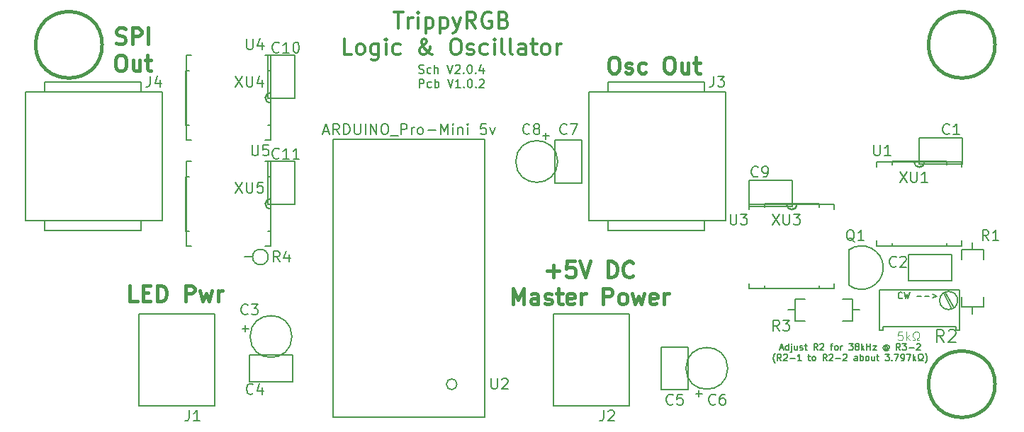
<source format=gto>
%TF.GenerationSoftware,KiCad,Pcbnew,(5.0.0-rc2-100-g6d77e594b)*%
%TF.CreationDate,2018-06-08T00:04:51-04:00*%
%TF.ProjectId,Logic&Oscillator,4C6F676963264F7363696C6C61746F72,1.0.2*%
%TF.SameCoordinates,Original*%
%TF.FileFunction,Legend,Top*%
%TF.FilePolarity,Positive*%
%FSLAX46Y46*%
G04 Gerber Fmt 4.6, Leading zero omitted, Abs format (unit mm)*
G04 Created by KiCad (PCBNEW (5.0.0-rc2-100-g6d77e594b)) date 06/08/18 00:04:51*
%MOMM*%
%LPD*%
G01*
G04 APERTURE LIST*
%ADD10C,0.127000*%
%ADD11C,0.381000*%
%ADD12C,0.200000*%
%ADD13C,0.317500*%
%ADD14C,0.203200*%
%ADD15C,0.150000*%
%ADD16C,0.076200*%
G04 APERTURE END LIST*
D10*
X166243000Y-117602000D02*
X166605857Y-117602000D01*
X166170428Y-117819714D02*
X166424428Y-117057714D01*
X166678428Y-117819714D01*
X167259000Y-117819714D02*
X167259000Y-117057714D01*
X167259000Y-117783428D02*
X167186428Y-117819714D01*
X167041285Y-117819714D01*
X166968714Y-117783428D01*
X166932428Y-117747142D01*
X166896142Y-117674571D01*
X166896142Y-117456857D01*
X166932428Y-117384285D01*
X166968714Y-117348000D01*
X167041285Y-117311714D01*
X167186428Y-117311714D01*
X167259000Y-117348000D01*
X167621857Y-117311714D02*
X167621857Y-117964857D01*
X167585571Y-118037428D01*
X167513000Y-118073714D01*
X167476714Y-118073714D01*
X167621857Y-117057714D02*
X167585571Y-117094000D01*
X167621857Y-117130285D01*
X167658142Y-117094000D01*
X167621857Y-117057714D01*
X167621857Y-117130285D01*
X168311285Y-117311714D02*
X168311285Y-117819714D01*
X167984714Y-117311714D02*
X167984714Y-117710857D01*
X168021000Y-117783428D01*
X168093571Y-117819714D01*
X168202428Y-117819714D01*
X168275000Y-117783428D01*
X168311285Y-117747142D01*
X168637857Y-117783428D02*
X168710428Y-117819714D01*
X168855571Y-117819714D01*
X168928142Y-117783428D01*
X168964428Y-117710857D01*
X168964428Y-117674571D01*
X168928142Y-117602000D01*
X168855571Y-117565714D01*
X168746714Y-117565714D01*
X168674142Y-117529428D01*
X168637857Y-117456857D01*
X168637857Y-117420571D01*
X168674142Y-117348000D01*
X168746714Y-117311714D01*
X168855571Y-117311714D01*
X168928142Y-117348000D01*
X169182142Y-117311714D02*
X169472428Y-117311714D01*
X169291000Y-117057714D02*
X169291000Y-117710857D01*
X169327285Y-117783428D01*
X169399857Y-117819714D01*
X169472428Y-117819714D01*
X170742428Y-117819714D02*
X170488428Y-117456857D01*
X170307000Y-117819714D02*
X170307000Y-117057714D01*
X170597285Y-117057714D01*
X170669857Y-117094000D01*
X170706142Y-117130285D01*
X170742428Y-117202857D01*
X170742428Y-117311714D01*
X170706142Y-117384285D01*
X170669857Y-117420571D01*
X170597285Y-117456857D01*
X170307000Y-117456857D01*
X171032714Y-117130285D02*
X171069000Y-117094000D01*
X171141571Y-117057714D01*
X171323000Y-117057714D01*
X171395571Y-117094000D01*
X171431857Y-117130285D01*
X171468142Y-117202857D01*
X171468142Y-117275428D01*
X171431857Y-117384285D01*
X170996428Y-117819714D01*
X171468142Y-117819714D01*
X172266428Y-117311714D02*
X172556714Y-117311714D01*
X172375285Y-117819714D02*
X172375285Y-117166571D01*
X172411571Y-117094000D01*
X172484142Y-117057714D01*
X172556714Y-117057714D01*
X172919571Y-117819714D02*
X172847000Y-117783428D01*
X172810714Y-117747142D01*
X172774428Y-117674571D01*
X172774428Y-117456857D01*
X172810714Y-117384285D01*
X172847000Y-117348000D01*
X172919571Y-117311714D01*
X173028428Y-117311714D01*
X173101000Y-117348000D01*
X173137285Y-117384285D01*
X173173571Y-117456857D01*
X173173571Y-117674571D01*
X173137285Y-117747142D01*
X173101000Y-117783428D01*
X173028428Y-117819714D01*
X172919571Y-117819714D01*
X173500142Y-117819714D02*
X173500142Y-117311714D01*
X173500142Y-117456857D02*
X173536428Y-117384285D01*
X173572714Y-117348000D01*
X173645285Y-117311714D01*
X173717857Y-117311714D01*
X174479857Y-117057714D02*
X174951571Y-117057714D01*
X174697571Y-117348000D01*
X174806428Y-117348000D01*
X174879000Y-117384285D01*
X174915285Y-117420571D01*
X174951571Y-117493142D01*
X174951571Y-117674571D01*
X174915285Y-117747142D01*
X174879000Y-117783428D01*
X174806428Y-117819714D01*
X174588714Y-117819714D01*
X174516142Y-117783428D01*
X174479857Y-117747142D01*
X175387000Y-117384285D02*
X175314428Y-117348000D01*
X175278142Y-117311714D01*
X175241857Y-117239142D01*
X175241857Y-117202857D01*
X175278142Y-117130285D01*
X175314428Y-117094000D01*
X175387000Y-117057714D01*
X175532142Y-117057714D01*
X175604714Y-117094000D01*
X175641000Y-117130285D01*
X175677285Y-117202857D01*
X175677285Y-117239142D01*
X175641000Y-117311714D01*
X175604714Y-117348000D01*
X175532142Y-117384285D01*
X175387000Y-117384285D01*
X175314428Y-117420571D01*
X175278142Y-117456857D01*
X175241857Y-117529428D01*
X175241857Y-117674571D01*
X175278142Y-117747142D01*
X175314428Y-117783428D01*
X175387000Y-117819714D01*
X175532142Y-117819714D01*
X175604714Y-117783428D01*
X175641000Y-117747142D01*
X175677285Y-117674571D01*
X175677285Y-117529428D01*
X175641000Y-117456857D01*
X175604714Y-117420571D01*
X175532142Y-117384285D01*
X176003857Y-117819714D02*
X176003857Y-117057714D01*
X176076428Y-117529428D02*
X176294142Y-117819714D01*
X176294142Y-117311714D02*
X176003857Y-117602000D01*
X176620714Y-117819714D02*
X176620714Y-117057714D01*
X176620714Y-117420571D02*
X177056142Y-117420571D01*
X177056142Y-117819714D02*
X177056142Y-117057714D01*
X177346428Y-117311714D02*
X177745571Y-117311714D01*
X177346428Y-117819714D01*
X177745571Y-117819714D01*
X179088142Y-117456857D02*
X179051857Y-117420571D01*
X178979285Y-117384285D01*
X178906714Y-117384285D01*
X178834142Y-117420571D01*
X178797857Y-117456857D01*
X178761571Y-117529428D01*
X178761571Y-117602000D01*
X178797857Y-117674571D01*
X178834142Y-117710857D01*
X178906714Y-117747142D01*
X178979285Y-117747142D01*
X179051857Y-117710857D01*
X179088142Y-117674571D01*
X179088142Y-117384285D02*
X179088142Y-117674571D01*
X179124428Y-117710857D01*
X179160714Y-117710857D01*
X179233285Y-117674571D01*
X179269571Y-117602000D01*
X179269571Y-117420571D01*
X179197000Y-117311714D01*
X179088142Y-117239142D01*
X178943000Y-117202857D01*
X178797857Y-117239142D01*
X178689000Y-117311714D01*
X178616428Y-117420571D01*
X178580142Y-117565714D01*
X178616428Y-117710857D01*
X178689000Y-117819714D01*
X178797857Y-117892285D01*
X178943000Y-117928571D01*
X179088142Y-117892285D01*
X179197000Y-117819714D01*
X180612142Y-117819714D02*
X180358142Y-117456857D01*
X180176714Y-117819714D02*
X180176714Y-117057714D01*
X180467000Y-117057714D01*
X180539571Y-117094000D01*
X180575857Y-117130285D01*
X180612142Y-117202857D01*
X180612142Y-117311714D01*
X180575857Y-117384285D01*
X180539571Y-117420571D01*
X180467000Y-117456857D01*
X180176714Y-117456857D01*
X180866142Y-117057714D02*
X181337857Y-117057714D01*
X181083857Y-117348000D01*
X181192714Y-117348000D01*
X181265285Y-117384285D01*
X181301571Y-117420571D01*
X181337857Y-117493142D01*
X181337857Y-117674571D01*
X181301571Y-117747142D01*
X181265285Y-117783428D01*
X181192714Y-117819714D01*
X180975000Y-117819714D01*
X180902428Y-117783428D01*
X180866142Y-117747142D01*
X181664428Y-117529428D02*
X182245000Y-117529428D01*
X182571571Y-117130285D02*
X182607857Y-117094000D01*
X182680428Y-117057714D01*
X182861857Y-117057714D01*
X182934428Y-117094000D01*
X182970714Y-117130285D01*
X183007000Y-117202857D01*
X183007000Y-117275428D01*
X182970714Y-117384285D01*
X182535285Y-117819714D01*
X183007000Y-117819714D01*
X165662428Y-119380000D02*
X165626142Y-119343714D01*
X165553571Y-119234857D01*
X165517285Y-119162285D01*
X165481000Y-119053428D01*
X165444714Y-118872000D01*
X165444714Y-118726857D01*
X165481000Y-118545428D01*
X165517285Y-118436571D01*
X165553571Y-118364000D01*
X165626142Y-118255142D01*
X165662428Y-118218857D01*
X166388142Y-119089714D02*
X166134142Y-118726857D01*
X165952714Y-119089714D02*
X165952714Y-118327714D01*
X166243000Y-118327714D01*
X166315571Y-118364000D01*
X166351857Y-118400285D01*
X166388142Y-118472857D01*
X166388142Y-118581714D01*
X166351857Y-118654285D01*
X166315571Y-118690571D01*
X166243000Y-118726857D01*
X165952714Y-118726857D01*
X166678428Y-118400285D02*
X166714714Y-118364000D01*
X166787285Y-118327714D01*
X166968714Y-118327714D01*
X167041285Y-118364000D01*
X167077571Y-118400285D01*
X167113857Y-118472857D01*
X167113857Y-118545428D01*
X167077571Y-118654285D01*
X166642142Y-119089714D01*
X167113857Y-119089714D01*
X167440428Y-118799428D02*
X168021000Y-118799428D01*
X168783000Y-119089714D02*
X168347571Y-119089714D01*
X168565285Y-119089714D02*
X168565285Y-118327714D01*
X168492714Y-118436571D01*
X168420142Y-118509142D01*
X168347571Y-118545428D01*
X169581285Y-118581714D02*
X169871571Y-118581714D01*
X169690142Y-118327714D02*
X169690142Y-118980857D01*
X169726428Y-119053428D01*
X169799000Y-119089714D01*
X169871571Y-119089714D01*
X170234428Y-119089714D02*
X170161857Y-119053428D01*
X170125571Y-119017142D01*
X170089285Y-118944571D01*
X170089285Y-118726857D01*
X170125571Y-118654285D01*
X170161857Y-118618000D01*
X170234428Y-118581714D01*
X170343285Y-118581714D01*
X170415857Y-118618000D01*
X170452142Y-118654285D01*
X170488428Y-118726857D01*
X170488428Y-118944571D01*
X170452142Y-119017142D01*
X170415857Y-119053428D01*
X170343285Y-119089714D01*
X170234428Y-119089714D01*
X171831000Y-119089714D02*
X171577000Y-118726857D01*
X171395571Y-119089714D02*
X171395571Y-118327714D01*
X171685857Y-118327714D01*
X171758428Y-118364000D01*
X171794714Y-118400285D01*
X171831000Y-118472857D01*
X171831000Y-118581714D01*
X171794714Y-118654285D01*
X171758428Y-118690571D01*
X171685857Y-118726857D01*
X171395571Y-118726857D01*
X172121285Y-118400285D02*
X172157571Y-118364000D01*
X172230142Y-118327714D01*
X172411571Y-118327714D01*
X172484142Y-118364000D01*
X172520428Y-118400285D01*
X172556714Y-118472857D01*
X172556714Y-118545428D01*
X172520428Y-118654285D01*
X172085000Y-119089714D01*
X172556714Y-119089714D01*
X172883285Y-118799428D02*
X173463857Y-118799428D01*
X173790428Y-118400285D02*
X173826714Y-118364000D01*
X173899285Y-118327714D01*
X174080714Y-118327714D01*
X174153285Y-118364000D01*
X174189571Y-118400285D01*
X174225857Y-118472857D01*
X174225857Y-118545428D01*
X174189571Y-118654285D01*
X173754142Y-119089714D01*
X174225857Y-119089714D01*
X175459571Y-119089714D02*
X175459571Y-118690571D01*
X175423285Y-118618000D01*
X175350714Y-118581714D01*
X175205571Y-118581714D01*
X175133000Y-118618000D01*
X175459571Y-119053428D02*
X175387000Y-119089714D01*
X175205571Y-119089714D01*
X175133000Y-119053428D01*
X175096714Y-118980857D01*
X175096714Y-118908285D01*
X175133000Y-118835714D01*
X175205571Y-118799428D01*
X175387000Y-118799428D01*
X175459571Y-118763142D01*
X175822428Y-119089714D02*
X175822428Y-118327714D01*
X175822428Y-118618000D02*
X175895000Y-118581714D01*
X176040142Y-118581714D01*
X176112714Y-118618000D01*
X176149000Y-118654285D01*
X176185285Y-118726857D01*
X176185285Y-118944571D01*
X176149000Y-119017142D01*
X176112714Y-119053428D01*
X176040142Y-119089714D01*
X175895000Y-119089714D01*
X175822428Y-119053428D01*
X176620714Y-119089714D02*
X176548142Y-119053428D01*
X176511857Y-119017142D01*
X176475571Y-118944571D01*
X176475571Y-118726857D01*
X176511857Y-118654285D01*
X176548142Y-118618000D01*
X176620714Y-118581714D01*
X176729571Y-118581714D01*
X176802142Y-118618000D01*
X176838428Y-118654285D01*
X176874714Y-118726857D01*
X176874714Y-118944571D01*
X176838428Y-119017142D01*
X176802142Y-119053428D01*
X176729571Y-119089714D01*
X176620714Y-119089714D01*
X177527857Y-118581714D02*
X177527857Y-119089714D01*
X177201285Y-118581714D02*
X177201285Y-118980857D01*
X177237571Y-119053428D01*
X177310142Y-119089714D01*
X177419000Y-119089714D01*
X177491571Y-119053428D01*
X177527857Y-119017142D01*
X177781857Y-118581714D02*
X178072142Y-118581714D01*
X177890714Y-118327714D02*
X177890714Y-118980857D01*
X177927000Y-119053428D01*
X177999571Y-119089714D01*
X178072142Y-119089714D01*
X178834142Y-118327714D02*
X179305857Y-118327714D01*
X179051857Y-118618000D01*
X179160714Y-118618000D01*
X179233285Y-118654285D01*
X179269571Y-118690571D01*
X179305857Y-118763142D01*
X179305857Y-118944571D01*
X179269571Y-119017142D01*
X179233285Y-119053428D01*
X179160714Y-119089714D01*
X178943000Y-119089714D01*
X178870428Y-119053428D01*
X178834142Y-119017142D01*
X179632428Y-119017142D02*
X179668714Y-119053428D01*
X179632428Y-119089714D01*
X179596142Y-119053428D01*
X179632428Y-119017142D01*
X179632428Y-119089714D01*
X179922714Y-118327714D02*
X180430714Y-118327714D01*
X180104142Y-119089714D01*
X180757285Y-119089714D02*
X180902428Y-119089714D01*
X180975000Y-119053428D01*
X181011285Y-119017142D01*
X181083857Y-118908285D01*
X181120142Y-118763142D01*
X181120142Y-118472857D01*
X181083857Y-118400285D01*
X181047571Y-118364000D01*
X180975000Y-118327714D01*
X180829857Y-118327714D01*
X180757285Y-118364000D01*
X180721000Y-118400285D01*
X180684714Y-118472857D01*
X180684714Y-118654285D01*
X180721000Y-118726857D01*
X180757285Y-118763142D01*
X180829857Y-118799428D01*
X180975000Y-118799428D01*
X181047571Y-118763142D01*
X181083857Y-118726857D01*
X181120142Y-118654285D01*
X181374142Y-118327714D02*
X181882142Y-118327714D01*
X181555571Y-119089714D01*
X182172428Y-119089714D02*
X182172428Y-118327714D01*
X182245000Y-118799428D02*
X182462714Y-119089714D01*
X182462714Y-118581714D02*
X182172428Y-118872000D01*
X182753000Y-119089714D02*
X182934428Y-119089714D01*
X182934428Y-118944571D01*
X182861857Y-118908285D01*
X182789285Y-118835714D01*
X182753000Y-118726857D01*
X182753000Y-118545428D01*
X182789285Y-118436571D01*
X182861857Y-118364000D01*
X182970714Y-118327714D01*
X183115857Y-118327714D01*
X183224714Y-118364000D01*
X183297285Y-118436571D01*
X183333571Y-118545428D01*
X183333571Y-118726857D01*
X183297285Y-118835714D01*
X183224714Y-118908285D01*
X183152142Y-118944571D01*
X183152142Y-119089714D01*
X183333571Y-119089714D01*
X183587571Y-119380000D02*
X183623857Y-119343714D01*
X183696428Y-119234857D01*
X183732714Y-119162285D01*
X183768999Y-119053428D01*
X183805285Y-118872000D01*
X183805285Y-118726857D01*
X183768999Y-118545428D01*
X183732714Y-118436571D01*
X183696428Y-118364000D01*
X183623857Y-118255142D01*
X183587571Y-118218857D01*
D11*
X138430000Y-108371821D02*
X139881428Y-108371821D01*
X139155714Y-109097535D02*
X139155714Y-107646107D01*
X141695714Y-107192535D02*
X140788571Y-107192535D01*
X140697857Y-108099678D01*
X140788571Y-108008964D01*
X140970000Y-107918250D01*
X141423571Y-107918250D01*
X141605000Y-108008964D01*
X141695714Y-108099678D01*
X141786428Y-108281107D01*
X141786428Y-108734678D01*
X141695714Y-108916107D01*
X141605000Y-109006821D01*
X141423571Y-109097535D01*
X140970000Y-109097535D01*
X140788571Y-109006821D01*
X140697857Y-108916107D01*
X142330714Y-107192535D02*
X142965714Y-109097535D01*
X143600714Y-107192535D01*
X145687142Y-109097535D02*
X145687142Y-107192535D01*
X146140714Y-107192535D01*
X146412857Y-107283250D01*
X146594285Y-107464678D01*
X146685000Y-107646107D01*
X146775714Y-108008964D01*
X146775714Y-108281107D01*
X146685000Y-108643964D01*
X146594285Y-108825392D01*
X146412857Y-109006821D01*
X146140714Y-109097535D01*
X145687142Y-109097535D01*
X148680714Y-108916107D02*
X148590000Y-109006821D01*
X148317857Y-109097535D01*
X148136428Y-109097535D01*
X147864285Y-109006821D01*
X147682857Y-108825392D01*
X147592142Y-108643964D01*
X147501428Y-108281107D01*
X147501428Y-108008964D01*
X147592142Y-107646107D01*
X147682857Y-107464678D01*
X147864285Y-107283250D01*
X148136428Y-107192535D01*
X148317857Y-107192535D01*
X148590000Y-107283250D01*
X148680714Y-107373964D01*
X134347857Y-112336035D02*
X134347857Y-110431035D01*
X134982857Y-111791750D01*
X135617857Y-110431035D01*
X135617857Y-112336035D01*
X137341428Y-112336035D02*
X137341428Y-111338178D01*
X137250714Y-111156750D01*
X137069285Y-111066035D01*
X136706428Y-111066035D01*
X136525000Y-111156750D01*
X137341428Y-112245321D02*
X137160000Y-112336035D01*
X136706428Y-112336035D01*
X136525000Y-112245321D01*
X136434285Y-112063892D01*
X136434285Y-111882464D01*
X136525000Y-111701035D01*
X136706428Y-111610321D01*
X137160000Y-111610321D01*
X137341428Y-111519607D01*
X138157857Y-112245321D02*
X138339285Y-112336035D01*
X138702142Y-112336035D01*
X138883571Y-112245321D01*
X138974285Y-112063892D01*
X138974285Y-111973178D01*
X138883571Y-111791750D01*
X138702142Y-111701035D01*
X138430000Y-111701035D01*
X138248571Y-111610321D01*
X138157857Y-111428892D01*
X138157857Y-111338178D01*
X138248571Y-111156750D01*
X138430000Y-111066035D01*
X138702142Y-111066035D01*
X138883571Y-111156750D01*
X139518571Y-111066035D02*
X140244285Y-111066035D01*
X139790714Y-110431035D02*
X139790714Y-112063892D01*
X139881428Y-112245321D01*
X140062857Y-112336035D01*
X140244285Y-112336035D01*
X141605000Y-112245321D02*
X141423571Y-112336035D01*
X141060714Y-112336035D01*
X140879285Y-112245321D01*
X140788571Y-112063892D01*
X140788571Y-111338178D01*
X140879285Y-111156750D01*
X141060714Y-111066035D01*
X141423571Y-111066035D01*
X141605000Y-111156750D01*
X141695714Y-111338178D01*
X141695714Y-111519607D01*
X140788571Y-111701035D01*
X142512142Y-112336035D02*
X142512142Y-111066035D01*
X142512142Y-111428892D02*
X142602857Y-111247464D01*
X142693571Y-111156750D01*
X142875000Y-111066035D01*
X143056428Y-111066035D01*
X145142857Y-112336035D02*
X145142857Y-110431035D01*
X145868571Y-110431035D01*
X146050000Y-110521750D01*
X146140714Y-110612464D01*
X146231428Y-110793892D01*
X146231428Y-111066035D01*
X146140714Y-111247464D01*
X146050000Y-111338178D01*
X145868571Y-111428892D01*
X145142857Y-111428892D01*
X147320000Y-112336035D02*
X147138571Y-112245321D01*
X147047857Y-112154607D01*
X146957142Y-111973178D01*
X146957142Y-111428892D01*
X147047857Y-111247464D01*
X147138571Y-111156750D01*
X147320000Y-111066035D01*
X147592142Y-111066035D01*
X147773571Y-111156750D01*
X147864285Y-111247464D01*
X147955000Y-111428892D01*
X147955000Y-111973178D01*
X147864285Y-112154607D01*
X147773571Y-112245321D01*
X147592142Y-112336035D01*
X147320000Y-112336035D01*
X148590000Y-111066035D02*
X148952857Y-112336035D01*
X149315714Y-111428892D01*
X149678571Y-112336035D01*
X150041428Y-111066035D01*
X151492857Y-112245321D02*
X151311428Y-112336035D01*
X150948571Y-112336035D01*
X150767142Y-112245321D01*
X150676428Y-112063892D01*
X150676428Y-111338178D01*
X150767142Y-111156750D01*
X150948571Y-111066035D01*
X151311428Y-111066035D01*
X151492857Y-111156750D01*
X151583571Y-111338178D01*
X151583571Y-111519607D01*
X150676428Y-111701035D01*
X152400000Y-112336035D02*
X152400000Y-111066035D01*
X152400000Y-111428892D02*
X152490714Y-111247464D01*
X152581428Y-111156750D01*
X152762857Y-111066035D01*
X152944285Y-111066035D01*
X89489642Y-111986785D02*
X88582500Y-111986785D01*
X88582500Y-110081785D01*
X90124642Y-110988928D02*
X90759642Y-110988928D01*
X91031785Y-111986785D02*
X90124642Y-111986785D01*
X90124642Y-110081785D01*
X91031785Y-110081785D01*
X91848214Y-111986785D02*
X91848214Y-110081785D01*
X92301785Y-110081785D01*
X92573928Y-110172500D01*
X92755357Y-110353928D01*
X92846071Y-110535357D01*
X92936785Y-110898214D01*
X92936785Y-111170357D01*
X92846071Y-111533214D01*
X92755357Y-111714642D01*
X92573928Y-111896071D01*
X92301785Y-111986785D01*
X91848214Y-111986785D01*
X95204642Y-111986785D02*
X95204642Y-110081785D01*
X95930357Y-110081785D01*
X96111785Y-110172500D01*
X96202500Y-110263214D01*
X96293214Y-110444642D01*
X96293214Y-110716785D01*
X96202500Y-110898214D01*
X96111785Y-110988928D01*
X95930357Y-111079642D01*
X95204642Y-111079642D01*
X96928214Y-110716785D02*
X97291071Y-111986785D01*
X97653928Y-111079642D01*
X98016785Y-111986785D01*
X98379642Y-110716785D01*
X99105357Y-111986785D02*
X99105357Y-110716785D01*
X99105357Y-111079642D02*
X99196071Y-110898214D01*
X99286785Y-110807500D01*
X99468214Y-110716785D01*
X99649642Y-110716785D01*
X146231428Y-82776785D02*
X146594285Y-82776785D01*
X146775714Y-82867500D01*
X146957142Y-83048928D01*
X147047857Y-83411785D01*
X147047857Y-84046785D01*
X146957142Y-84409642D01*
X146775714Y-84591071D01*
X146594285Y-84681785D01*
X146231428Y-84681785D01*
X146050000Y-84591071D01*
X145868571Y-84409642D01*
X145777857Y-84046785D01*
X145777857Y-83411785D01*
X145868571Y-83048928D01*
X146050000Y-82867500D01*
X146231428Y-82776785D01*
X147773571Y-84591071D02*
X147955000Y-84681785D01*
X148317857Y-84681785D01*
X148499285Y-84591071D01*
X148590000Y-84409642D01*
X148590000Y-84318928D01*
X148499285Y-84137500D01*
X148317857Y-84046785D01*
X148045714Y-84046785D01*
X147864285Y-83956071D01*
X147773571Y-83774642D01*
X147773571Y-83683928D01*
X147864285Y-83502500D01*
X148045714Y-83411785D01*
X148317857Y-83411785D01*
X148499285Y-83502500D01*
X150222857Y-84591071D02*
X150041428Y-84681785D01*
X149678571Y-84681785D01*
X149497142Y-84591071D01*
X149406428Y-84500357D01*
X149315714Y-84318928D01*
X149315714Y-83774642D01*
X149406428Y-83593214D01*
X149497142Y-83502500D01*
X149678571Y-83411785D01*
X150041428Y-83411785D01*
X150222857Y-83502500D01*
X152853571Y-82776785D02*
X153216428Y-82776785D01*
X153397857Y-82867500D01*
X153579285Y-83048928D01*
X153670000Y-83411785D01*
X153670000Y-84046785D01*
X153579285Y-84409642D01*
X153397857Y-84591071D01*
X153216428Y-84681785D01*
X152853571Y-84681785D01*
X152672142Y-84591071D01*
X152490714Y-84409642D01*
X152400000Y-84046785D01*
X152400000Y-83411785D01*
X152490714Y-83048928D01*
X152672142Y-82867500D01*
X152853571Y-82776785D01*
X155302857Y-83411785D02*
X155302857Y-84681785D01*
X154486428Y-83411785D02*
X154486428Y-84409642D01*
X154577142Y-84591071D01*
X154758571Y-84681785D01*
X155030714Y-84681785D01*
X155212142Y-84591071D01*
X155302857Y-84500357D01*
X155937857Y-83411785D02*
X156663571Y-83411785D01*
X156210000Y-82776785D02*
X156210000Y-84409642D01*
X156300714Y-84591071D01*
X156482142Y-84681785D01*
X156663571Y-84681785D01*
X86949642Y-81066821D02*
X87221785Y-81157535D01*
X87675357Y-81157535D01*
X87856785Y-81066821D01*
X87947500Y-80976107D01*
X88038214Y-80794678D01*
X88038214Y-80613250D01*
X87947500Y-80431821D01*
X87856785Y-80341107D01*
X87675357Y-80250392D01*
X87312500Y-80159678D01*
X87131071Y-80068964D01*
X87040357Y-79978250D01*
X86949642Y-79796821D01*
X86949642Y-79615392D01*
X87040357Y-79433964D01*
X87131071Y-79343250D01*
X87312500Y-79252535D01*
X87766071Y-79252535D01*
X88038214Y-79343250D01*
X88854642Y-81157535D02*
X88854642Y-79252535D01*
X89580357Y-79252535D01*
X89761785Y-79343250D01*
X89852500Y-79433964D01*
X89943214Y-79615392D01*
X89943214Y-79887535D01*
X89852500Y-80068964D01*
X89761785Y-80159678D01*
X89580357Y-80250392D01*
X88854642Y-80250392D01*
X90759642Y-81157535D02*
X90759642Y-79252535D01*
X87312500Y-82491035D02*
X87675357Y-82491035D01*
X87856785Y-82581750D01*
X88038214Y-82763178D01*
X88128928Y-83126035D01*
X88128928Y-83761035D01*
X88038214Y-84123892D01*
X87856785Y-84305321D01*
X87675357Y-84396035D01*
X87312500Y-84396035D01*
X87131071Y-84305321D01*
X86949642Y-84123892D01*
X86858928Y-83761035D01*
X86858928Y-83126035D01*
X86949642Y-82763178D01*
X87131071Y-82581750D01*
X87312500Y-82491035D01*
X89761785Y-83126035D02*
X89761785Y-84396035D01*
X88945357Y-83126035D02*
X88945357Y-84123892D01*
X89036071Y-84305321D01*
X89217500Y-84396035D01*
X89489642Y-84396035D01*
X89671071Y-84305321D01*
X89761785Y-84214607D01*
X90396785Y-83126035D02*
X91122500Y-83126035D01*
X90668928Y-82491035D02*
X90668928Y-84123892D01*
X90759642Y-84305321D01*
X90941071Y-84396035D01*
X91122500Y-84396035D01*
D12*
X123119047Y-84644761D02*
X123261904Y-84692380D01*
X123500000Y-84692380D01*
X123595238Y-84644761D01*
X123642857Y-84597142D01*
X123690476Y-84501904D01*
X123690476Y-84406666D01*
X123642857Y-84311428D01*
X123595238Y-84263809D01*
X123500000Y-84216190D01*
X123309523Y-84168571D01*
X123214285Y-84120952D01*
X123166666Y-84073333D01*
X123119047Y-83978095D01*
X123119047Y-83882857D01*
X123166666Y-83787619D01*
X123214285Y-83740000D01*
X123309523Y-83692380D01*
X123547619Y-83692380D01*
X123690476Y-83740000D01*
X124547619Y-84644761D02*
X124452380Y-84692380D01*
X124261904Y-84692380D01*
X124166666Y-84644761D01*
X124119047Y-84597142D01*
X124071428Y-84501904D01*
X124071428Y-84216190D01*
X124119047Y-84120952D01*
X124166666Y-84073333D01*
X124261904Y-84025714D01*
X124452380Y-84025714D01*
X124547619Y-84073333D01*
X124976190Y-84692380D02*
X124976190Y-83692380D01*
X125404761Y-84692380D02*
X125404761Y-84168571D01*
X125357142Y-84073333D01*
X125261904Y-84025714D01*
X125119047Y-84025714D01*
X125023809Y-84073333D01*
X124976190Y-84120952D01*
X126500000Y-83692380D02*
X126833333Y-84692380D01*
X127166666Y-83692380D01*
X127452380Y-83787619D02*
X127500000Y-83740000D01*
X127595238Y-83692380D01*
X127833333Y-83692380D01*
X127928571Y-83740000D01*
X127976190Y-83787619D01*
X128023809Y-83882857D01*
X128023809Y-83978095D01*
X127976190Y-84120952D01*
X127404761Y-84692380D01*
X128023809Y-84692380D01*
X128452380Y-84597142D02*
X128500000Y-84644761D01*
X128452380Y-84692380D01*
X128404761Y-84644761D01*
X128452380Y-84597142D01*
X128452380Y-84692380D01*
X129119047Y-83692380D02*
X129214285Y-83692380D01*
X129309523Y-83740000D01*
X129357142Y-83787619D01*
X129404761Y-83882857D01*
X129452380Y-84073333D01*
X129452380Y-84311428D01*
X129404761Y-84501904D01*
X129357142Y-84597142D01*
X129309523Y-84644761D01*
X129214285Y-84692380D01*
X129119047Y-84692380D01*
X129023809Y-84644761D01*
X128976190Y-84597142D01*
X128928571Y-84501904D01*
X128880952Y-84311428D01*
X128880952Y-84073333D01*
X128928571Y-83882857D01*
X128976190Y-83787619D01*
X129023809Y-83740000D01*
X129119047Y-83692380D01*
X129880952Y-84597142D02*
X129928571Y-84644761D01*
X129880952Y-84692380D01*
X129833333Y-84644761D01*
X129880952Y-84597142D01*
X129880952Y-84692380D01*
X130785714Y-84025714D02*
X130785714Y-84692380D01*
X130547619Y-83644761D02*
X130309523Y-84359047D01*
X130928571Y-84359047D01*
X123142857Y-86392380D02*
X123142857Y-85392380D01*
X123523809Y-85392380D01*
X123619047Y-85440000D01*
X123666666Y-85487619D01*
X123714285Y-85582857D01*
X123714285Y-85725714D01*
X123666666Y-85820952D01*
X123619047Y-85868571D01*
X123523809Y-85916190D01*
X123142857Y-85916190D01*
X124571428Y-86344761D02*
X124476190Y-86392380D01*
X124285714Y-86392380D01*
X124190476Y-86344761D01*
X124142857Y-86297142D01*
X124095238Y-86201904D01*
X124095238Y-85916190D01*
X124142857Y-85820952D01*
X124190476Y-85773333D01*
X124285714Y-85725714D01*
X124476190Y-85725714D01*
X124571428Y-85773333D01*
X125000000Y-86392380D02*
X125000000Y-85392380D01*
X125000000Y-85773333D02*
X125095238Y-85725714D01*
X125285714Y-85725714D01*
X125380952Y-85773333D01*
X125428571Y-85820952D01*
X125476190Y-85916190D01*
X125476190Y-86201904D01*
X125428571Y-86297142D01*
X125380952Y-86344761D01*
X125285714Y-86392380D01*
X125095238Y-86392380D01*
X125000000Y-86344761D01*
X126523809Y-85392380D02*
X126857142Y-86392380D01*
X127190476Y-85392380D01*
X128047619Y-86392380D02*
X127476190Y-86392380D01*
X127761904Y-86392380D02*
X127761904Y-85392380D01*
X127666666Y-85535238D01*
X127571428Y-85630476D01*
X127476190Y-85678095D01*
X128476190Y-86297142D02*
X128523809Y-86344761D01*
X128476190Y-86392380D01*
X128428571Y-86344761D01*
X128476190Y-86297142D01*
X128476190Y-86392380D01*
X129142857Y-85392380D02*
X129238095Y-85392380D01*
X129333333Y-85440000D01*
X129380952Y-85487619D01*
X129428571Y-85582857D01*
X129476190Y-85773333D01*
X129476190Y-86011428D01*
X129428571Y-86201904D01*
X129380952Y-86297142D01*
X129333333Y-86344761D01*
X129238095Y-86392380D01*
X129142857Y-86392380D01*
X129047619Y-86344761D01*
X129000000Y-86297142D01*
X128952380Y-86201904D01*
X128904761Y-86011428D01*
X128904761Y-85773333D01*
X128952380Y-85582857D01*
X129000000Y-85487619D01*
X129047619Y-85440000D01*
X129142857Y-85392380D01*
X129904761Y-86297142D02*
X129952380Y-86344761D01*
X129904761Y-86392380D01*
X129857142Y-86344761D01*
X129904761Y-86297142D01*
X129904761Y-86392380D01*
X130333333Y-85487619D02*
X130380952Y-85440000D01*
X130476190Y-85392380D01*
X130714285Y-85392380D01*
X130809523Y-85440000D01*
X130857142Y-85487619D01*
X130904761Y-85582857D01*
X130904761Y-85678095D01*
X130857142Y-85820952D01*
X130285714Y-86392380D01*
X130904761Y-86392380D01*
D13*
X120105714Y-77379285D02*
X121194285Y-77379285D01*
X120650000Y-79284285D02*
X120650000Y-77379285D01*
X121829285Y-79284285D02*
X121829285Y-78014285D01*
X121829285Y-78377142D02*
X121920000Y-78195714D01*
X122010714Y-78105000D01*
X122192142Y-78014285D01*
X122373571Y-78014285D01*
X123008571Y-79284285D02*
X123008571Y-78014285D01*
X123008571Y-77379285D02*
X122917857Y-77470000D01*
X123008571Y-77560714D01*
X123099285Y-77470000D01*
X123008571Y-77379285D01*
X123008571Y-77560714D01*
X123915714Y-78014285D02*
X123915714Y-79919285D01*
X123915714Y-78105000D02*
X124097142Y-78014285D01*
X124460000Y-78014285D01*
X124641428Y-78105000D01*
X124732142Y-78195714D01*
X124822857Y-78377142D01*
X124822857Y-78921428D01*
X124732142Y-79102857D01*
X124641428Y-79193571D01*
X124460000Y-79284285D01*
X124097142Y-79284285D01*
X123915714Y-79193571D01*
X125639285Y-78014285D02*
X125639285Y-79919285D01*
X125639285Y-78105000D02*
X125820714Y-78014285D01*
X126183571Y-78014285D01*
X126365000Y-78105000D01*
X126455714Y-78195714D01*
X126546428Y-78377142D01*
X126546428Y-78921428D01*
X126455714Y-79102857D01*
X126365000Y-79193571D01*
X126183571Y-79284285D01*
X125820714Y-79284285D01*
X125639285Y-79193571D01*
X127181428Y-78014285D02*
X127635000Y-79284285D01*
X128088571Y-78014285D02*
X127635000Y-79284285D01*
X127453571Y-79737857D01*
X127362857Y-79828571D01*
X127181428Y-79919285D01*
X129902857Y-79284285D02*
X129267857Y-78377142D01*
X128814285Y-79284285D02*
X128814285Y-77379285D01*
X129540000Y-77379285D01*
X129721428Y-77470000D01*
X129812142Y-77560714D01*
X129902857Y-77742142D01*
X129902857Y-78014285D01*
X129812142Y-78195714D01*
X129721428Y-78286428D01*
X129540000Y-78377142D01*
X128814285Y-78377142D01*
X131717142Y-77470000D02*
X131535714Y-77379285D01*
X131263571Y-77379285D01*
X130991428Y-77470000D01*
X130810000Y-77651428D01*
X130719285Y-77832857D01*
X130628571Y-78195714D01*
X130628571Y-78467857D01*
X130719285Y-78830714D01*
X130810000Y-79012142D01*
X130991428Y-79193571D01*
X131263571Y-79284285D01*
X131445000Y-79284285D01*
X131717142Y-79193571D01*
X131807857Y-79102857D01*
X131807857Y-78467857D01*
X131445000Y-78467857D01*
X133259285Y-78286428D02*
X133531428Y-78377142D01*
X133622142Y-78467857D01*
X133712857Y-78649285D01*
X133712857Y-78921428D01*
X133622142Y-79102857D01*
X133531428Y-79193571D01*
X133350000Y-79284285D01*
X132624285Y-79284285D01*
X132624285Y-77379285D01*
X133259285Y-77379285D01*
X133440714Y-77470000D01*
X133531428Y-77560714D01*
X133622142Y-77742142D01*
X133622142Y-77923571D01*
X133531428Y-78105000D01*
X133440714Y-78195714D01*
X133259285Y-78286428D01*
X132624285Y-78286428D01*
X115071071Y-82459285D02*
X114163928Y-82459285D01*
X114163928Y-80554285D01*
X115978214Y-82459285D02*
X115796785Y-82368571D01*
X115706071Y-82277857D01*
X115615357Y-82096428D01*
X115615357Y-81552142D01*
X115706071Y-81370714D01*
X115796785Y-81280000D01*
X115978214Y-81189285D01*
X116250357Y-81189285D01*
X116431785Y-81280000D01*
X116522499Y-81370714D01*
X116613214Y-81552142D01*
X116613214Y-82096428D01*
X116522499Y-82277857D01*
X116431785Y-82368571D01*
X116250357Y-82459285D01*
X115978214Y-82459285D01*
X118246071Y-81189285D02*
X118246071Y-82731428D01*
X118155357Y-82912857D01*
X118064642Y-83003571D01*
X117883214Y-83094285D01*
X117611071Y-83094285D01*
X117429642Y-83003571D01*
X118246071Y-82368571D02*
X118064642Y-82459285D01*
X117701785Y-82459285D01*
X117520357Y-82368571D01*
X117429642Y-82277857D01*
X117338928Y-82096428D01*
X117338928Y-81552142D01*
X117429642Y-81370714D01*
X117520357Y-81280000D01*
X117701785Y-81189285D01*
X118064642Y-81189285D01*
X118246071Y-81280000D01*
X119153214Y-82459285D02*
X119153214Y-81189285D01*
X119153214Y-80554285D02*
X119062499Y-80645000D01*
X119153214Y-80735714D01*
X119243928Y-80645000D01*
X119153214Y-80554285D01*
X119153214Y-80735714D01*
X120876785Y-82368571D02*
X120695357Y-82459285D01*
X120332499Y-82459285D01*
X120151071Y-82368571D01*
X120060357Y-82277857D01*
X119969642Y-82096428D01*
X119969642Y-81552142D01*
X120060357Y-81370714D01*
X120151071Y-81280000D01*
X120332499Y-81189285D01*
X120695357Y-81189285D01*
X120876785Y-81280000D01*
X124686785Y-82459285D02*
X124596071Y-82459285D01*
X124414642Y-82368571D01*
X124142499Y-82096428D01*
X123688928Y-81552142D01*
X123507499Y-81280000D01*
X123416785Y-81007857D01*
X123416785Y-80826428D01*
X123507499Y-80645000D01*
X123688928Y-80554285D01*
X123779642Y-80554285D01*
X123961071Y-80645000D01*
X124051785Y-80826428D01*
X124051785Y-80917142D01*
X123961071Y-81098571D01*
X123870357Y-81189285D01*
X123326071Y-81552142D01*
X123235357Y-81642857D01*
X123144642Y-81824285D01*
X123144642Y-82096428D01*
X123235357Y-82277857D01*
X123326071Y-82368571D01*
X123507499Y-82459285D01*
X123779642Y-82459285D01*
X123961071Y-82368571D01*
X124051785Y-82277857D01*
X124323928Y-81915000D01*
X124414642Y-81642857D01*
X124414642Y-81461428D01*
X127317499Y-80554285D02*
X127680357Y-80554285D01*
X127861785Y-80645000D01*
X128043214Y-80826428D01*
X128133928Y-81189285D01*
X128133928Y-81824285D01*
X128043214Y-82187142D01*
X127861785Y-82368571D01*
X127680357Y-82459285D01*
X127317499Y-82459285D01*
X127136071Y-82368571D01*
X126954642Y-82187142D01*
X126863928Y-81824285D01*
X126863928Y-81189285D01*
X126954642Y-80826428D01*
X127136071Y-80645000D01*
X127317499Y-80554285D01*
X128859642Y-82368571D02*
X129041071Y-82459285D01*
X129403928Y-82459285D01*
X129585357Y-82368571D01*
X129676071Y-82187142D01*
X129676071Y-82096428D01*
X129585357Y-81915000D01*
X129403928Y-81824285D01*
X129131785Y-81824285D01*
X128950357Y-81733571D01*
X128859642Y-81552142D01*
X128859642Y-81461428D01*
X128950357Y-81280000D01*
X129131785Y-81189285D01*
X129403928Y-81189285D01*
X129585357Y-81280000D01*
X131308928Y-82368571D02*
X131127500Y-82459285D01*
X130764642Y-82459285D01*
X130583214Y-82368571D01*
X130492500Y-82277857D01*
X130401785Y-82096428D01*
X130401785Y-81552142D01*
X130492500Y-81370714D01*
X130583214Y-81280000D01*
X130764642Y-81189285D01*
X131127500Y-81189285D01*
X131308928Y-81280000D01*
X132125357Y-82459285D02*
X132125357Y-81189285D01*
X132125357Y-80554285D02*
X132034642Y-80645000D01*
X132125357Y-80735714D01*
X132216071Y-80645000D01*
X132125357Y-80554285D01*
X132125357Y-80735714D01*
X133304642Y-82459285D02*
X133123214Y-82368571D01*
X133032500Y-82187142D01*
X133032500Y-80554285D01*
X134302500Y-82459285D02*
X134121071Y-82368571D01*
X134030357Y-82187142D01*
X134030357Y-80554285D01*
X135844642Y-82459285D02*
X135844642Y-81461428D01*
X135753928Y-81280000D01*
X135572500Y-81189285D01*
X135209642Y-81189285D01*
X135028214Y-81280000D01*
X135844642Y-82368571D02*
X135663214Y-82459285D01*
X135209642Y-82459285D01*
X135028214Y-82368571D01*
X134937500Y-82187142D01*
X134937500Y-82005714D01*
X135028214Y-81824285D01*
X135209642Y-81733571D01*
X135663214Y-81733571D01*
X135844642Y-81642857D01*
X136479642Y-81189285D02*
X137205357Y-81189285D01*
X136751785Y-80554285D02*
X136751785Y-82187142D01*
X136842500Y-82368571D01*
X137023928Y-82459285D01*
X137205357Y-82459285D01*
X138112500Y-82459285D02*
X137931071Y-82368571D01*
X137840357Y-82277857D01*
X137749642Y-82096428D01*
X137749642Y-81552142D01*
X137840357Y-81370714D01*
X137931071Y-81280000D01*
X138112500Y-81189285D01*
X138384642Y-81189285D01*
X138566071Y-81280000D01*
X138656785Y-81370714D01*
X138747500Y-81552142D01*
X138747500Y-82096428D01*
X138656785Y-82277857D01*
X138566071Y-82368571D01*
X138384642Y-82459285D01*
X138112500Y-82459285D01*
X139563928Y-82459285D02*
X139563928Y-81189285D01*
X139563928Y-81552142D02*
X139654642Y-81370714D01*
X139745357Y-81280000D01*
X139926785Y-81189285D01*
X140108214Y-81189285D01*
D14*
%TO.C,C3*%
X107925390Y-116210270D02*
G75*
G03X107925390Y-116210270I-2500000J0D01*
G01*
%TO.C,C6*%
X159995390Y-120020270D02*
G75*
G03X159995390Y-120020270I-2500000J0D01*
G01*
%TO.C,C8*%
X139675390Y-95255270D02*
G75*
G03X139675390Y-95255270I-2500000J0D01*
G01*
D15*
%TO.C,R2*%
X178132890Y-110622270D02*
X178132890Y-115448270D01*
X187657890Y-110622270D02*
X178132890Y-110622270D01*
X187657890Y-115448270D02*
X187657890Y-110622270D01*
X187276890Y-115448270D02*
X187276890Y-115067270D01*
X187657890Y-115448270D02*
X187276890Y-115448270D01*
X178513890Y-115448270D02*
X178132890Y-115448270D01*
X178513890Y-115067270D02*
X178513890Y-115448270D01*
X187276890Y-115067270D02*
X178513890Y-115067270D01*
X187467390Y-111892270D02*
G75*
G03X187467390Y-111892270I-1079500J0D01*
G01*
X186984790Y-112781270D02*
X185994190Y-110927070D01*
X185790990Y-111028670D02*
X186781590Y-112882870D01*
D14*
%TO.C,Q1*%
X174449890Y-105844430D02*
X174449890Y-110066110D01*
X174449941Y-110066144D02*
G75*
G03X174449840Y-105844470I1523949J2110874D01*
G01*
%TO.C,XU1*%
X186131200Y-95255270D02*
X186131200Y-95636270D01*
X179628800Y-95255270D02*
X186131200Y-95255270D01*
X179628800Y-95636270D02*
X179628800Y-95255270D01*
X186131200Y-105415270D02*
X186131200Y-105034270D01*
X179628800Y-105415270D02*
X186131200Y-105415270D01*
X179628800Y-105034270D02*
X179628800Y-105415270D01*
X182245000Y-95255270D02*
G75*
G03X183515000Y-95255270I635000J0D01*
G01*
%TO.C,XU3*%
X170891200Y-100330000D02*
X170891200Y-100711000D01*
X164388800Y-100330000D02*
X170891200Y-100330000D01*
X164388800Y-100711000D02*
X164388800Y-100330000D01*
X170891200Y-110490000D02*
X170891200Y-110109000D01*
X164388800Y-110490000D02*
X170891200Y-110490000D01*
X164388800Y-110109000D02*
X164388800Y-110490000D01*
X167005000Y-100330000D02*
G75*
G03X168275000Y-100330000I635000J0D01*
G01*
%TO.C,XU4*%
X105425390Y-90886470D02*
X105044390Y-90886470D01*
X105425390Y-84384070D02*
X105425390Y-90886470D01*
X105044390Y-84384070D02*
X105425390Y-84384070D01*
X95265390Y-90886470D02*
X95646390Y-90886470D01*
X95265390Y-84384070D02*
X95265390Y-90886470D01*
X95646390Y-84384070D02*
X95265390Y-84384070D01*
X105425390Y-87000270D02*
G75*
G03X105425390Y-88270270I0J-635000D01*
G01*
%TO.C,XU5*%
X105425390Y-103586470D02*
X105044390Y-103586470D01*
X105425390Y-97084070D02*
X105425390Y-103586470D01*
X105044390Y-97084070D02*
X105425390Y-97084070D01*
X95265390Y-103586470D02*
X95646390Y-103586470D01*
X95265390Y-97084070D02*
X95265390Y-103586470D01*
X95646390Y-97084070D02*
X95265390Y-97084070D01*
X105425390Y-99700270D02*
G75*
G03X105425390Y-100970270I0J-635000D01*
G01*
%TO.C,U1*%
X187975390Y-105346500D02*
X187975390Y-104736900D01*
X177815390Y-105346500D02*
X187975390Y-105346500D01*
X177815390Y-104736900D02*
X177815390Y-105346500D01*
X187975390Y-95313500D02*
X187975390Y-95923100D01*
X177815390Y-95313500D02*
X187975390Y-95313500D01*
X177815390Y-95923100D02*
X177815390Y-95313500D01*
X182260390Y-95313500D02*
G75*
G03X183530390Y-95313500I635000J0D01*
G01*
%TO.C,U3*%
X172735390Y-110431770D02*
X172735390Y-109822170D01*
X162575390Y-110431770D02*
X172735390Y-110431770D01*
X162575390Y-109822170D02*
X162575390Y-110431770D01*
X172735390Y-100398770D02*
X172735390Y-101008370D01*
X162575390Y-100398770D02*
X172735390Y-100398770D01*
X162575390Y-101008370D02*
X162575390Y-100398770D01*
X167020390Y-100398770D02*
G75*
G03X168290390Y-100398770I635000J0D01*
G01*
%TO.C,U4*%
X95328890Y-92715270D02*
X95938490Y-92715270D01*
X95328890Y-82555270D02*
X95328890Y-92715270D01*
X95938490Y-82555270D02*
X95328890Y-82555270D01*
X105361890Y-92715270D02*
X104752290Y-92715270D01*
X105361890Y-82555270D02*
X105361890Y-92715270D01*
X104752290Y-82555270D02*
X105361890Y-82555270D01*
X105361890Y-87000270D02*
G75*
G03X105361890Y-88270270I0J-635000D01*
G01*
%TO.C,U5*%
X95328890Y-105415270D02*
X95938490Y-105415270D01*
X95328890Y-95255270D02*
X95328890Y-105415270D01*
X95938490Y-95255270D02*
X95328890Y-95255270D01*
X105361890Y-105415270D02*
X104752290Y-105415270D01*
X105361890Y-95255270D02*
X105361890Y-105415270D01*
X104752290Y-95255270D02*
X105361890Y-95255270D01*
X105361890Y-99700270D02*
G75*
G03X105361890Y-100970270I0J-635000D01*
G01*
%TO.C,C1*%
X187988090Y-92385070D02*
X187988090Y-95585470D01*
X182882690Y-92385070D02*
X187988090Y-92385070D01*
X182882690Y-95585470D02*
X182882690Y-92385070D01*
X187988090Y-95585470D02*
X182882690Y-95585470D01*
%TO.C,C2*%
X186718090Y-106355070D02*
X186718090Y-109555470D01*
X181612690Y-106355070D02*
X186718090Y-106355070D01*
X181612690Y-109555470D02*
X181612690Y-106355070D01*
X186718090Y-109555470D02*
X181612690Y-109555470D01*
%TO.C,C4*%
X102872690Y-121620470D02*
X102872690Y-118420070D01*
X107978090Y-121620470D02*
X102872690Y-121620470D01*
X107978090Y-118420070D02*
X107978090Y-121620470D01*
X102872690Y-118420070D02*
X107978090Y-118420070D01*
%TO.C,C5*%
X155285590Y-122572970D02*
X152085190Y-122572970D01*
X155285590Y-117467570D02*
X155285590Y-122572970D01*
X152085190Y-117467570D02*
X155285590Y-117467570D01*
X152085190Y-122572970D02*
X152085190Y-117467570D01*
%TO.C,C7*%
X139385190Y-92702570D02*
X142585590Y-92702570D01*
X139385190Y-97807970D02*
X139385190Y-92702570D01*
X142585590Y-97807970D02*
X139385190Y-97807970D01*
X142585590Y-92702570D02*
X142585590Y-97807970D01*
%TO.C,C9*%
X162562690Y-100665470D02*
X162562690Y-97465070D01*
X167668090Y-100665470D02*
X162562690Y-100665470D01*
X167668090Y-97465070D02*
X167668090Y-100665470D01*
X162562690Y-97465070D02*
X167668090Y-97465070D01*
%TO.C,C10*%
X105095190Y-82542570D02*
X108295590Y-82542570D01*
X105095190Y-87647970D02*
X105095190Y-82542570D01*
X108295590Y-87647970D02*
X105095190Y-87647970D01*
X108295590Y-82542570D02*
X108295590Y-87647970D01*
%TO.C,C11*%
X105095190Y-95242570D02*
X108295590Y-95242570D01*
X105095190Y-100347970D02*
X105095190Y-95242570D01*
X108295590Y-100347970D02*
X105095190Y-100347970D01*
X108295590Y-95242570D02*
X108295590Y-100347970D01*
%TO.C,J1*%
X89675390Y-124520270D02*
X89675390Y-113520270D01*
X89675390Y-113520270D02*
X98675390Y-113520270D01*
X98675390Y-113520270D02*
X98675390Y-124520270D01*
X98675390Y-124520270D02*
X89675390Y-124520270D01*
%TO.C,J2*%
X139205390Y-124520270D02*
X139205390Y-113520270D01*
X139205390Y-113520270D02*
X148205390Y-113520270D01*
X148205390Y-113520270D02*
X148205390Y-124520270D01*
X148205390Y-124520270D02*
X139205390Y-124520270D01*
%TO.C,J3*%
X157225390Y-103545270D02*
X157225390Y-102305270D01*
X145725390Y-103545270D02*
X145725390Y-102305270D01*
X145725390Y-85705270D02*
X145725390Y-86945270D01*
X157225390Y-85705270D02*
X157225390Y-86945270D01*
X143375390Y-102305270D02*
X159775390Y-102305270D01*
X145725390Y-85705270D02*
X157225390Y-85705270D01*
X143375390Y-102305270D02*
X143375390Y-86945270D01*
X157225390Y-103545270D02*
X145725390Y-103545270D01*
X159775390Y-86945270D02*
X159775390Y-102305270D01*
X143375390Y-86945270D02*
X159775390Y-86945270D01*
%TO.C,J4*%
X89915390Y-103545270D02*
X89915390Y-102305270D01*
X78415390Y-103545270D02*
X78415390Y-102305270D01*
X78415390Y-85705270D02*
X78415390Y-86945270D01*
X89915390Y-85705270D02*
X89915390Y-86945270D01*
X76065390Y-102305270D02*
X92465390Y-102305270D01*
X78415390Y-85705270D02*
X89915390Y-85705270D01*
X76065390Y-102305270D02*
X76065390Y-86945270D01*
X89915390Y-103545270D02*
X78415390Y-103545270D01*
X92465390Y-86945270D02*
X92465390Y-102305270D01*
X76065390Y-86945270D02*
X92465390Y-86945270D01*
D11*
%TO.C,MH2*%
X191930000Y-121920000D02*
G75*
G03X191930000Y-121920000I-3970000J0D01*
G01*
%TO.C,MH3*%
X191930000Y-81280000D02*
G75*
G03X191930000Y-81280000I-3970000J0D01*
G01*
%TO.C,MH4*%
X85250000Y-81280000D02*
G75*
G03X85250000Y-81280000I-3970000J0D01*
G01*
D14*
%TO.C,R1*%
X189245390Y-105821670D02*
X189245390Y-104945370D01*
X189245390Y-112628870D02*
X189245390Y-113505170D01*
X190540790Y-111494340D02*
X190540790Y-112628870D01*
X190540790Y-112628870D02*
X187949990Y-112628870D01*
X187949990Y-112628870D02*
X187949990Y-111494340D01*
X190540790Y-106956200D02*
X190540790Y-105821670D01*
X190540790Y-105821670D02*
X187949990Y-105821670D01*
X187949990Y-105821670D02*
X187949990Y-106956200D01*
%TO.C,R3*%
X168061790Y-113035270D02*
X167185490Y-113035270D01*
X174868990Y-113035270D02*
X175745290Y-113035270D01*
X173734460Y-111739870D02*
X174868990Y-111739870D01*
X174868990Y-111739870D02*
X174868990Y-114330670D01*
X174868990Y-114330670D02*
X173734460Y-114330670D01*
X169196320Y-111739870D02*
X168061790Y-111739870D01*
X168061790Y-111739870D02*
X168061790Y-114330670D01*
X168061790Y-114330670D02*
X169196320Y-114330670D01*
%TO.C,R4*%
X105082490Y-106685270D02*
G75*
G03X105082490Y-106685270I-927100J0D01*
G01*
X103228290Y-106685270D02*
X102250390Y-106685270D01*
%TO.C,U2*%
X127650390Y-121925270D02*
G75*
G03X127650390Y-121925270I-635000J0D01*
G01*
X130990490Y-125874970D02*
X112880290Y-125874970D01*
X112880290Y-125874970D02*
X112880290Y-92575570D01*
X112880290Y-92575570D02*
X130990490Y-92575570D01*
X130990490Y-92575570D02*
X130990490Y-125874970D01*
%TO.C,C3*%
X102658333Y-113483571D02*
X102597857Y-113544047D01*
X102416428Y-113604523D01*
X102295476Y-113604523D01*
X102114047Y-113544047D01*
X101993095Y-113423095D01*
X101932619Y-113302142D01*
X101872142Y-113060238D01*
X101872142Y-112878809D01*
X101932619Y-112636904D01*
X101993095Y-112515952D01*
X102114047Y-112395000D01*
X102295476Y-112334523D01*
X102416428Y-112334523D01*
X102597857Y-112395000D01*
X102658333Y-112455476D01*
X103081666Y-112334523D02*
X103867857Y-112334523D01*
X103444523Y-112818333D01*
X103625952Y-112818333D01*
X103746904Y-112878809D01*
X103807380Y-112939285D01*
X103867857Y-113060238D01*
X103867857Y-113362619D01*
X103807380Y-113483571D01*
X103746904Y-113544047D01*
X103625952Y-113604523D01*
X103263095Y-113604523D01*
X103142142Y-113544047D01*
X103081666Y-113483571D01*
X101996437Y-115265698D02*
X102758342Y-115265698D01*
X102377390Y-115646650D02*
X102377390Y-114884746D01*
%TO.C,C6*%
X158538333Y-124278571D02*
X158477857Y-124339047D01*
X158296428Y-124399523D01*
X158175476Y-124399523D01*
X157994047Y-124339047D01*
X157873095Y-124218095D01*
X157812619Y-124097142D01*
X157752142Y-123855238D01*
X157752142Y-123673809D01*
X157812619Y-123431904D01*
X157873095Y-123310952D01*
X157994047Y-123190000D01*
X158175476Y-123129523D01*
X158296428Y-123129523D01*
X158477857Y-123190000D01*
X158538333Y-123250476D01*
X159626904Y-123129523D02*
X159385000Y-123129523D01*
X159264047Y-123190000D01*
X159203571Y-123250476D01*
X159082619Y-123431904D01*
X159022142Y-123673809D01*
X159022142Y-124157619D01*
X159082619Y-124278571D01*
X159143095Y-124339047D01*
X159264047Y-124399523D01*
X159505952Y-124399523D01*
X159626904Y-124339047D01*
X159687380Y-124278571D01*
X159747857Y-124157619D01*
X159747857Y-123855238D01*
X159687380Y-123734285D01*
X159626904Y-123673809D01*
X159505952Y-123613333D01*
X159264047Y-123613333D01*
X159143095Y-123673809D01*
X159082619Y-123734285D01*
X159022142Y-123855238D01*
X156550818Y-123449222D02*
X156550818Y-122687317D01*
X156931770Y-123068270D02*
X156169866Y-123068270D01*
%TO.C,C8*%
X136313333Y-91893571D02*
X136252857Y-91954047D01*
X136071428Y-92014523D01*
X135950476Y-92014523D01*
X135769047Y-91954047D01*
X135648095Y-91833095D01*
X135587619Y-91712142D01*
X135527142Y-91470238D01*
X135527142Y-91288809D01*
X135587619Y-91046904D01*
X135648095Y-90925952D01*
X135769047Y-90805000D01*
X135950476Y-90744523D01*
X136071428Y-90744523D01*
X136252857Y-90805000D01*
X136313333Y-90865476D01*
X137039047Y-91288809D02*
X136918095Y-91228333D01*
X136857619Y-91167857D01*
X136797142Y-91046904D01*
X136797142Y-90986428D01*
X136857619Y-90865476D01*
X136918095Y-90805000D01*
X137039047Y-90744523D01*
X137280952Y-90744523D01*
X137401904Y-90805000D01*
X137462380Y-90865476D01*
X137522857Y-90986428D01*
X137522857Y-91046904D01*
X137462380Y-91167857D01*
X137401904Y-91228333D01*
X137280952Y-91288809D01*
X137039047Y-91288809D01*
X136918095Y-91349285D01*
X136857619Y-91409761D01*
X136797142Y-91530714D01*
X136797142Y-91772619D01*
X136857619Y-91893571D01*
X136918095Y-91954047D01*
X137039047Y-92014523D01*
X137280952Y-92014523D01*
X137401904Y-91954047D01*
X137462380Y-91893571D01*
X137522857Y-91772619D01*
X137522857Y-91530714D01*
X137462380Y-91409761D01*
X137401904Y-91349285D01*
X137280952Y-91288809D01*
X138262818Y-92588222D02*
X138262818Y-91826317D01*
X138643770Y-92207270D02*
X137881866Y-92207270D01*
%TO.C,R2*%
D15*
X185805000Y-116883571D02*
X185305000Y-116169285D01*
X184947857Y-116883571D02*
X184947857Y-115383571D01*
X185519285Y-115383571D01*
X185662142Y-115455000D01*
X185733571Y-115526428D01*
X185805000Y-115669285D01*
X185805000Y-115883571D01*
X185733571Y-116026428D01*
X185662142Y-116097857D01*
X185519285Y-116169285D01*
X184947857Y-116169285D01*
X186376428Y-115526428D02*
X186447857Y-115455000D01*
X186590714Y-115383571D01*
X186947857Y-115383571D01*
X187090714Y-115455000D01*
X187162142Y-115526428D01*
X187233571Y-115669285D01*
X187233571Y-115812142D01*
X187162142Y-116026428D01*
X186305000Y-116883571D01*
X187233571Y-116883571D01*
D16*
X180860095Y-115648619D02*
X180376285Y-115648619D01*
X180327904Y-116132428D01*
X180376285Y-116084047D01*
X180473047Y-116035666D01*
X180714952Y-116035666D01*
X180811714Y-116084047D01*
X180860095Y-116132428D01*
X180908476Y-116229190D01*
X180908476Y-116471095D01*
X180860095Y-116567857D01*
X180811714Y-116616238D01*
X180714952Y-116664619D01*
X180473047Y-116664619D01*
X180376285Y-116616238D01*
X180327904Y-116567857D01*
X181343904Y-116664619D02*
X181343904Y-115648619D01*
X181440666Y-116277571D02*
X181730952Y-116664619D01*
X181730952Y-115987285D02*
X181343904Y-116374333D01*
X182118000Y-116664619D02*
X182359904Y-116664619D01*
X182359904Y-116471095D01*
X182263142Y-116422714D01*
X182166380Y-116325952D01*
X182118000Y-116180809D01*
X182118000Y-115938904D01*
X182166380Y-115793761D01*
X182263142Y-115697000D01*
X182408285Y-115648619D01*
X182601809Y-115648619D01*
X182746952Y-115697000D01*
X182843714Y-115793761D01*
X182892095Y-115938904D01*
X182892095Y-116180809D01*
X182843714Y-116325952D01*
X182746952Y-116422714D01*
X182650190Y-116471095D01*
X182650190Y-116664619D01*
X182892095Y-116664619D01*
D15*
X180829890Y-111588627D02*
X180794175Y-111624341D01*
X180687032Y-111660055D01*
X180615604Y-111660055D01*
X180508461Y-111624341D01*
X180437032Y-111552912D01*
X180401318Y-111481484D01*
X180365604Y-111338627D01*
X180365604Y-111231484D01*
X180401318Y-111088627D01*
X180437032Y-111017198D01*
X180508461Y-110945770D01*
X180615604Y-110910055D01*
X180687032Y-110910055D01*
X180794175Y-110945770D01*
X180829890Y-110981484D01*
X181079890Y-110910055D02*
X181258461Y-111660055D01*
X181401318Y-111124341D01*
X181544175Y-111660055D01*
X181722747Y-110910055D01*
X182579890Y-111374341D02*
X183151318Y-111374341D01*
X183508461Y-111374341D02*
X184079890Y-111374341D01*
X184437032Y-111160055D02*
X185008461Y-111374341D01*
X184437032Y-111588627D01*
%TO.C,Q1*%
D14*
X175139047Y-104835476D02*
X175018095Y-104775000D01*
X174897142Y-104654047D01*
X174715714Y-104472619D01*
X174594761Y-104412142D01*
X174473809Y-104412142D01*
X174534285Y-104714523D02*
X174413333Y-104654047D01*
X174292380Y-104533095D01*
X174231904Y-104291190D01*
X174231904Y-103867857D01*
X174292380Y-103625952D01*
X174413333Y-103505000D01*
X174534285Y-103444523D01*
X174776190Y-103444523D01*
X174897142Y-103505000D01*
X175018095Y-103625952D01*
X175078571Y-103867857D01*
X175078571Y-104291190D01*
X175018095Y-104533095D01*
X174897142Y-104654047D01*
X174776190Y-104714523D01*
X174534285Y-104714523D01*
X176288095Y-104714523D02*
X175562380Y-104714523D01*
X175925238Y-104714523D02*
X175925238Y-103444523D01*
X175804285Y-103625952D01*
X175683333Y-103746904D01*
X175562380Y-103807380D01*
%TO.C,XU1*%
X180551666Y-96459523D02*
X181398333Y-97729523D01*
X181398333Y-96459523D02*
X180551666Y-97729523D01*
X181882142Y-96459523D02*
X181882142Y-97487619D01*
X181942619Y-97608571D01*
X182003095Y-97669047D01*
X182124047Y-97729523D01*
X182365952Y-97729523D01*
X182486904Y-97669047D01*
X182547380Y-97608571D01*
X182607857Y-97487619D01*
X182607857Y-96459523D01*
X183877857Y-97729523D02*
X183152142Y-97729523D01*
X183515000Y-97729523D02*
X183515000Y-96459523D01*
X183394047Y-96640952D01*
X183273095Y-96761904D01*
X183152142Y-96822380D01*
%TO.C,XU3*%
X165311666Y-101539523D02*
X166158333Y-102809523D01*
X166158333Y-101539523D02*
X165311666Y-102809523D01*
X166642142Y-101539523D02*
X166642142Y-102567619D01*
X166702619Y-102688571D01*
X166763095Y-102749047D01*
X166884047Y-102809523D01*
X167125952Y-102809523D01*
X167246904Y-102749047D01*
X167307380Y-102688571D01*
X167367857Y-102567619D01*
X167367857Y-101539523D01*
X167851666Y-101539523D02*
X168637857Y-101539523D01*
X168214523Y-102023333D01*
X168395952Y-102023333D01*
X168516904Y-102083809D01*
X168577380Y-102144285D01*
X168637857Y-102265238D01*
X168637857Y-102567619D01*
X168577380Y-102688571D01*
X168516904Y-102749047D01*
X168395952Y-102809523D01*
X168033095Y-102809523D01*
X167912142Y-102749047D01*
X167851666Y-102688571D01*
%TO.C,XU4*%
X101176666Y-85029523D02*
X102023333Y-86299523D01*
X102023333Y-85029523D02*
X101176666Y-86299523D01*
X102507142Y-85029523D02*
X102507142Y-86057619D01*
X102567619Y-86178571D01*
X102628095Y-86239047D01*
X102749047Y-86299523D01*
X102990952Y-86299523D01*
X103111904Y-86239047D01*
X103172380Y-86178571D01*
X103232857Y-86057619D01*
X103232857Y-85029523D01*
X104381904Y-85452857D02*
X104381904Y-86299523D01*
X104079523Y-84969047D02*
X103777142Y-85876190D01*
X104563333Y-85876190D01*
%TO.C,XU5*%
X101176666Y-97729523D02*
X102023333Y-98999523D01*
X102023333Y-97729523D02*
X101176666Y-98999523D01*
X102507142Y-97729523D02*
X102507142Y-98757619D01*
X102567619Y-98878571D01*
X102628095Y-98939047D01*
X102749047Y-98999523D01*
X102990952Y-98999523D01*
X103111904Y-98939047D01*
X103172380Y-98878571D01*
X103232857Y-98757619D01*
X103232857Y-97729523D01*
X104442380Y-97729523D02*
X103837619Y-97729523D01*
X103777142Y-98334285D01*
X103837619Y-98273809D01*
X103958571Y-98213333D01*
X104260952Y-98213333D01*
X104381904Y-98273809D01*
X104442380Y-98334285D01*
X104502857Y-98455238D01*
X104502857Y-98757619D01*
X104442380Y-98878571D01*
X104381904Y-98939047D01*
X104260952Y-98999523D01*
X103958571Y-98999523D01*
X103837619Y-98939047D01*
X103777142Y-98878571D01*
%TO.C,U1*%
X177467380Y-93284523D02*
X177467380Y-94312619D01*
X177527857Y-94433571D01*
X177588333Y-94494047D01*
X177709285Y-94554523D01*
X177951190Y-94554523D01*
X178072142Y-94494047D01*
X178132619Y-94433571D01*
X178193095Y-94312619D01*
X178193095Y-93284523D01*
X179463095Y-94554523D02*
X178737380Y-94554523D01*
X179100238Y-94554523D02*
X179100238Y-93284523D01*
X178979285Y-93465952D01*
X178858333Y-93586904D01*
X178737380Y-93647380D01*
%TO.C,U3*%
X160322380Y-101539523D02*
X160322380Y-102567619D01*
X160382857Y-102688571D01*
X160443333Y-102749047D01*
X160564285Y-102809523D01*
X160806190Y-102809523D01*
X160927142Y-102749047D01*
X160987619Y-102688571D01*
X161048095Y-102567619D01*
X161048095Y-101539523D01*
X161531904Y-101539523D02*
X162318095Y-101539523D01*
X161894761Y-102023333D01*
X162076190Y-102023333D01*
X162197142Y-102083809D01*
X162257619Y-102144285D01*
X162318095Y-102265238D01*
X162318095Y-102567619D01*
X162257619Y-102688571D01*
X162197142Y-102749047D01*
X162076190Y-102809523D01*
X161713333Y-102809523D01*
X161592380Y-102749047D01*
X161531904Y-102688571D01*
%TO.C,U4*%
X102537380Y-80584523D02*
X102537380Y-81612619D01*
X102597857Y-81733571D01*
X102658333Y-81794047D01*
X102779285Y-81854523D01*
X103021190Y-81854523D01*
X103142142Y-81794047D01*
X103202619Y-81733571D01*
X103263095Y-81612619D01*
X103263095Y-80584523D01*
X104412142Y-81007857D02*
X104412142Y-81854523D01*
X104109761Y-80524047D02*
X103807380Y-81431190D01*
X104593571Y-81431190D01*
%TO.C,U5*%
X103172380Y-93284523D02*
X103172380Y-94312619D01*
X103232857Y-94433571D01*
X103293333Y-94494047D01*
X103414285Y-94554523D01*
X103656190Y-94554523D01*
X103777142Y-94494047D01*
X103837619Y-94433571D01*
X103898095Y-94312619D01*
X103898095Y-93284523D01*
X105107619Y-93284523D02*
X104502857Y-93284523D01*
X104442380Y-93889285D01*
X104502857Y-93828809D01*
X104623809Y-93768333D01*
X104926190Y-93768333D01*
X105047142Y-93828809D01*
X105107619Y-93889285D01*
X105168095Y-94010238D01*
X105168095Y-94312619D01*
X105107619Y-94433571D01*
X105047142Y-94494047D01*
X104926190Y-94554523D01*
X104623809Y-94554523D01*
X104502857Y-94494047D01*
X104442380Y-94433571D01*
%TO.C,C1*%
X186478333Y-91893571D02*
X186417857Y-91954047D01*
X186236428Y-92014523D01*
X186115476Y-92014523D01*
X185934047Y-91954047D01*
X185813095Y-91833095D01*
X185752619Y-91712142D01*
X185692142Y-91470238D01*
X185692142Y-91288809D01*
X185752619Y-91046904D01*
X185813095Y-90925952D01*
X185934047Y-90805000D01*
X186115476Y-90744523D01*
X186236428Y-90744523D01*
X186417857Y-90805000D01*
X186478333Y-90865476D01*
X187687857Y-92014523D02*
X186962142Y-92014523D01*
X187325000Y-92014523D02*
X187325000Y-90744523D01*
X187204047Y-90925952D01*
X187083095Y-91046904D01*
X186962142Y-91107380D01*
%TO.C,C2*%
X180128333Y-107768571D02*
X180067857Y-107829047D01*
X179886428Y-107889523D01*
X179765476Y-107889523D01*
X179584047Y-107829047D01*
X179463095Y-107708095D01*
X179402619Y-107587142D01*
X179342142Y-107345238D01*
X179342142Y-107163809D01*
X179402619Y-106921904D01*
X179463095Y-106800952D01*
X179584047Y-106680000D01*
X179765476Y-106619523D01*
X179886428Y-106619523D01*
X180067857Y-106680000D01*
X180128333Y-106740476D01*
X180612142Y-106740476D02*
X180672619Y-106680000D01*
X180793571Y-106619523D01*
X181095952Y-106619523D01*
X181216904Y-106680000D01*
X181277380Y-106740476D01*
X181337857Y-106861428D01*
X181337857Y-106982380D01*
X181277380Y-107163809D01*
X180551666Y-107889523D01*
X181337857Y-107889523D01*
%TO.C,C4*%
X103293333Y-123008571D02*
X103232857Y-123069047D01*
X103051428Y-123129523D01*
X102930476Y-123129523D01*
X102749047Y-123069047D01*
X102628095Y-122948095D01*
X102567619Y-122827142D01*
X102507142Y-122585238D01*
X102507142Y-122403809D01*
X102567619Y-122161904D01*
X102628095Y-122040952D01*
X102749047Y-121920000D01*
X102930476Y-121859523D01*
X103051428Y-121859523D01*
X103232857Y-121920000D01*
X103293333Y-121980476D01*
X104381904Y-122282857D02*
X104381904Y-123129523D01*
X104079523Y-121799047D02*
X103777142Y-122706190D01*
X104563333Y-122706190D01*
%TO.C,C5*%
X153458333Y-124278571D02*
X153397857Y-124339047D01*
X153216428Y-124399523D01*
X153095476Y-124399523D01*
X152914047Y-124339047D01*
X152793095Y-124218095D01*
X152732619Y-124097142D01*
X152672142Y-123855238D01*
X152672142Y-123673809D01*
X152732619Y-123431904D01*
X152793095Y-123310952D01*
X152914047Y-123190000D01*
X153095476Y-123129523D01*
X153216428Y-123129523D01*
X153397857Y-123190000D01*
X153458333Y-123250476D01*
X154607380Y-123129523D02*
X154002619Y-123129523D01*
X153942142Y-123734285D01*
X154002619Y-123673809D01*
X154123571Y-123613333D01*
X154425952Y-123613333D01*
X154546904Y-123673809D01*
X154607380Y-123734285D01*
X154667857Y-123855238D01*
X154667857Y-124157619D01*
X154607380Y-124278571D01*
X154546904Y-124339047D01*
X154425952Y-124399523D01*
X154123571Y-124399523D01*
X154002619Y-124339047D01*
X153942142Y-124278571D01*
%TO.C,C7*%
X140758333Y-91893571D02*
X140697857Y-91954047D01*
X140516428Y-92014523D01*
X140395476Y-92014523D01*
X140214047Y-91954047D01*
X140093095Y-91833095D01*
X140032619Y-91712142D01*
X139972142Y-91470238D01*
X139972142Y-91288809D01*
X140032619Y-91046904D01*
X140093095Y-90925952D01*
X140214047Y-90805000D01*
X140395476Y-90744523D01*
X140516428Y-90744523D01*
X140697857Y-90805000D01*
X140758333Y-90865476D01*
X141181666Y-90744523D02*
X142028333Y-90744523D01*
X141484047Y-92014523D01*
%TO.C,C9*%
X163618333Y-96978841D02*
X163557857Y-97039317D01*
X163376428Y-97099793D01*
X163255476Y-97099793D01*
X163074047Y-97039317D01*
X162953095Y-96918365D01*
X162892619Y-96797412D01*
X162832142Y-96555508D01*
X162832142Y-96374079D01*
X162892619Y-96132174D01*
X162953095Y-96011222D01*
X163074047Y-95890270D01*
X163255476Y-95829793D01*
X163376428Y-95829793D01*
X163557857Y-95890270D01*
X163618333Y-95950746D01*
X164223095Y-97099793D02*
X164465000Y-97099793D01*
X164585952Y-97039317D01*
X164646428Y-96978841D01*
X164767380Y-96797412D01*
X164827857Y-96555508D01*
X164827857Y-96071698D01*
X164767380Y-95950746D01*
X164706904Y-95890270D01*
X164585952Y-95829793D01*
X164344047Y-95829793D01*
X164223095Y-95890270D01*
X164162619Y-95950746D01*
X164102142Y-96071698D01*
X164102142Y-96374079D01*
X164162619Y-96495031D01*
X164223095Y-96555508D01*
X164344047Y-96615984D01*
X164585952Y-96615984D01*
X164706904Y-96555508D01*
X164767380Y-96495031D01*
X164827857Y-96374079D01*
%TO.C,C10*%
X106371571Y-82114571D02*
X106311095Y-82175047D01*
X106129666Y-82235523D01*
X106008714Y-82235523D01*
X105827285Y-82175047D01*
X105706333Y-82054095D01*
X105645857Y-81933142D01*
X105585380Y-81691238D01*
X105585380Y-81509809D01*
X105645857Y-81267904D01*
X105706333Y-81146952D01*
X105827285Y-81026000D01*
X106008714Y-80965523D01*
X106129666Y-80965523D01*
X106311095Y-81026000D01*
X106371571Y-81086476D01*
X107581095Y-82235523D02*
X106855380Y-82235523D01*
X107218238Y-82235523D02*
X107218238Y-80965523D01*
X107097285Y-81146952D01*
X106976333Y-81267904D01*
X106855380Y-81328380D01*
X108367285Y-80965523D02*
X108488238Y-80965523D01*
X108609190Y-81026000D01*
X108669666Y-81086476D01*
X108730142Y-81207428D01*
X108790619Y-81449333D01*
X108790619Y-81751714D01*
X108730142Y-81993619D01*
X108669666Y-82114571D01*
X108609190Y-82175047D01*
X108488238Y-82235523D01*
X108367285Y-82235523D01*
X108246333Y-82175047D01*
X108185857Y-82114571D01*
X108125380Y-81993619D01*
X108064904Y-81751714D01*
X108064904Y-81449333D01*
X108125380Y-81207428D01*
X108185857Y-81086476D01*
X108246333Y-81026000D01*
X108367285Y-80965523D01*
%TO.C,C11*%
X106371571Y-94814571D02*
X106311095Y-94875047D01*
X106129666Y-94935523D01*
X106008714Y-94935523D01*
X105827285Y-94875047D01*
X105706333Y-94754095D01*
X105645857Y-94633142D01*
X105585380Y-94391238D01*
X105585380Y-94209809D01*
X105645857Y-93967904D01*
X105706333Y-93846952D01*
X105827285Y-93726000D01*
X106008714Y-93665523D01*
X106129666Y-93665523D01*
X106311095Y-93726000D01*
X106371571Y-93786476D01*
X107581095Y-94935523D02*
X106855380Y-94935523D01*
X107218238Y-94935523D02*
X107218238Y-93665523D01*
X107097285Y-93846952D01*
X106976333Y-93967904D01*
X106855380Y-94028380D01*
X108790619Y-94935523D02*
X108064904Y-94935523D01*
X108427761Y-94935523D02*
X108427761Y-93665523D01*
X108306809Y-93846952D01*
X108185857Y-93967904D01*
X108064904Y-94028380D01*
%TO.C,J1*%
X95657056Y-125039793D02*
X95657056Y-125946936D01*
X95596580Y-126128365D01*
X95475628Y-126249317D01*
X95294199Y-126309793D01*
X95173247Y-126309793D01*
X96927056Y-126309793D02*
X96201342Y-126309793D01*
X96564199Y-126309793D02*
X96564199Y-125039793D01*
X96443247Y-125221222D01*
X96322294Y-125342174D01*
X96201342Y-125402650D01*
%TO.C,J2*%
X145187056Y-125039793D02*
X145187056Y-125946936D01*
X145126580Y-126128365D01*
X145005628Y-126249317D01*
X144824199Y-126309793D01*
X144703247Y-126309793D01*
X145731342Y-125160746D02*
X145791818Y-125100270D01*
X145912770Y-125039793D01*
X146215151Y-125039793D01*
X146336104Y-125100270D01*
X146396580Y-125160746D01*
X146457056Y-125281698D01*
X146457056Y-125402650D01*
X146396580Y-125584079D01*
X145670866Y-126309793D01*
X146457056Y-126309793D01*
%TO.C,J3*%
X158326666Y-85029523D02*
X158326666Y-85936666D01*
X158266190Y-86118095D01*
X158145238Y-86239047D01*
X157963809Y-86299523D01*
X157842857Y-86299523D01*
X158810476Y-85029523D02*
X159596666Y-85029523D01*
X159173333Y-85513333D01*
X159354761Y-85513333D01*
X159475714Y-85573809D01*
X159536190Y-85634285D01*
X159596666Y-85755238D01*
X159596666Y-86057619D01*
X159536190Y-86178571D01*
X159475714Y-86239047D01*
X159354761Y-86299523D01*
X158991904Y-86299523D01*
X158870952Y-86239047D01*
X158810476Y-86178571D01*
%TO.C,J4*%
X91016666Y-85029523D02*
X91016666Y-85936666D01*
X90956190Y-86118095D01*
X90835238Y-86239047D01*
X90653809Y-86299523D01*
X90532857Y-86299523D01*
X92165714Y-85452857D02*
X92165714Y-86299523D01*
X91863333Y-84969047D02*
X91560952Y-85876190D01*
X92347142Y-85876190D01*
%TO.C,R1*%
X191177333Y-104714523D02*
X190754000Y-104109761D01*
X190451619Y-104714523D02*
X190451619Y-103444523D01*
X190935428Y-103444523D01*
X191056380Y-103505000D01*
X191116857Y-103565476D01*
X191177333Y-103686428D01*
X191177333Y-103867857D01*
X191116857Y-103988809D01*
X191056380Y-104049285D01*
X190935428Y-104109761D01*
X190451619Y-104109761D01*
X192386857Y-104714523D02*
X191661142Y-104714523D01*
X192024000Y-104714523D02*
X192024000Y-103444523D01*
X191903047Y-103625952D01*
X191782095Y-103746904D01*
X191661142Y-103807380D01*
%TO.C,R3*%
X166158333Y-115509523D02*
X165735000Y-114904761D01*
X165432619Y-115509523D02*
X165432619Y-114239523D01*
X165916428Y-114239523D01*
X166037380Y-114300000D01*
X166097857Y-114360476D01*
X166158333Y-114481428D01*
X166158333Y-114662857D01*
X166097857Y-114783809D01*
X166037380Y-114844285D01*
X165916428Y-114904761D01*
X165432619Y-114904761D01*
X166581666Y-114239523D02*
X167367857Y-114239523D01*
X166944523Y-114723333D01*
X167125952Y-114723333D01*
X167246904Y-114783809D01*
X167307380Y-114844285D01*
X167367857Y-114965238D01*
X167367857Y-115267619D01*
X167307380Y-115388571D01*
X167246904Y-115449047D01*
X167125952Y-115509523D01*
X166763095Y-115509523D01*
X166642142Y-115449047D01*
X166581666Y-115388571D01*
%TO.C,R4*%
X106468333Y-107259793D02*
X106045000Y-106655031D01*
X105742619Y-107259793D02*
X105742619Y-105989793D01*
X106226428Y-105989793D01*
X106347380Y-106050270D01*
X106407857Y-106110746D01*
X106468333Y-106231698D01*
X106468333Y-106413127D01*
X106407857Y-106534079D01*
X106347380Y-106594555D01*
X106226428Y-106655031D01*
X105742619Y-106655031D01*
X107556904Y-106413127D02*
X107556904Y-107259793D01*
X107254523Y-105929317D02*
X106952142Y-106836460D01*
X107738333Y-106836460D01*
%TO.C,U2*%
X131747380Y-121224523D02*
X131747380Y-122252619D01*
X131807857Y-122373571D01*
X131868333Y-122434047D01*
X131989285Y-122494523D01*
X132231190Y-122494523D01*
X132352142Y-122434047D01*
X132412619Y-122373571D01*
X132473095Y-122252619D01*
X132473095Y-121224523D01*
X133017380Y-121345476D02*
X133077857Y-121285000D01*
X133198809Y-121224523D01*
X133501190Y-121224523D01*
X133622142Y-121285000D01*
X133682619Y-121345476D01*
X133743095Y-121466428D01*
X133743095Y-121587380D01*
X133682619Y-121768809D01*
X132956904Y-122494523D01*
X133743095Y-122494523D01*
X111699523Y-91651666D02*
X112304285Y-91651666D01*
X111578571Y-92014523D02*
X112001904Y-90744523D01*
X112425238Y-92014523D01*
X113574285Y-92014523D02*
X113150952Y-91409761D01*
X112848571Y-92014523D02*
X112848571Y-90744523D01*
X113332380Y-90744523D01*
X113453333Y-90805000D01*
X113513809Y-90865476D01*
X113574285Y-90986428D01*
X113574285Y-91167857D01*
X113513809Y-91288809D01*
X113453333Y-91349285D01*
X113332380Y-91409761D01*
X112848571Y-91409761D01*
X114118571Y-92014523D02*
X114118571Y-90744523D01*
X114420952Y-90744523D01*
X114602380Y-90805000D01*
X114723333Y-90925952D01*
X114783809Y-91046904D01*
X114844285Y-91288809D01*
X114844285Y-91470238D01*
X114783809Y-91712142D01*
X114723333Y-91833095D01*
X114602380Y-91954047D01*
X114420952Y-92014523D01*
X114118571Y-92014523D01*
X115388571Y-90744523D02*
X115388571Y-91772619D01*
X115449047Y-91893571D01*
X115509523Y-91954047D01*
X115630476Y-92014523D01*
X115872380Y-92014523D01*
X115993333Y-91954047D01*
X116053809Y-91893571D01*
X116114285Y-91772619D01*
X116114285Y-90744523D01*
X116719047Y-92014523D02*
X116719047Y-90744523D01*
X117323809Y-92014523D02*
X117323809Y-90744523D01*
X118049523Y-92014523D01*
X118049523Y-90744523D01*
X118896190Y-90744523D02*
X119138095Y-90744523D01*
X119259047Y-90805000D01*
X119380000Y-90925952D01*
X119440476Y-91167857D01*
X119440476Y-91591190D01*
X119380000Y-91833095D01*
X119259047Y-91954047D01*
X119138095Y-92014523D01*
X118896190Y-92014523D01*
X118775238Y-91954047D01*
X118654285Y-91833095D01*
X118593809Y-91591190D01*
X118593809Y-91167857D01*
X118654285Y-90925952D01*
X118775238Y-90805000D01*
X118896190Y-90744523D01*
X119682380Y-92135476D02*
X120650000Y-92135476D01*
X120952380Y-92014523D02*
X120952380Y-90744523D01*
X121436190Y-90744523D01*
X121557142Y-90805000D01*
X121617619Y-90865476D01*
X121678095Y-90986428D01*
X121678095Y-91167857D01*
X121617619Y-91288809D01*
X121557142Y-91349285D01*
X121436190Y-91409761D01*
X120952380Y-91409761D01*
X122222380Y-92014523D02*
X122222380Y-91167857D01*
X122222380Y-91409761D02*
X122282857Y-91288809D01*
X122343333Y-91228333D01*
X122464285Y-91167857D01*
X122585238Y-91167857D01*
X123190000Y-92014523D02*
X123069047Y-91954047D01*
X123008571Y-91893571D01*
X122948095Y-91772619D01*
X122948095Y-91409761D01*
X123008571Y-91288809D01*
X123069047Y-91228333D01*
X123190000Y-91167857D01*
X123371428Y-91167857D01*
X123492380Y-91228333D01*
X123552857Y-91288809D01*
X123613333Y-91409761D01*
X123613333Y-91772619D01*
X123552857Y-91893571D01*
X123492380Y-91954047D01*
X123371428Y-92014523D01*
X123190000Y-92014523D01*
X124157619Y-91530714D02*
X125125238Y-91530714D01*
X125730000Y-92014523D02*
X125730000Y-90744523D01*
X126153333Y-91651666D01*
X126576666Y-90744523D01*
X126576666Y-92014523D01*
X127181428Y-92014523D02*
X127181428Y-91167857D01*
X127181428Y-90744523D02*
X127120952Y-90805000D01*
X127181428Y-90865476D01*
X127241904Y-90805000D01*
X127181428Y-90744523D01*
X127181428Y-90865476D01*
X127786190Y-91167857D02*
X127786190Y-92014523D01*
X127786190Y-91288809D02*
X127846666Y-91228333D01*
X127967619Y-91167857D01*
X128149047Y-91167857D01*
X128270000Y-91228333D01*
X128330476Y-91349285D01*
X128330476Y-92014523D01*
X128935238Y-92014523D02*
X128935238Y-91167857D01*
X128935238Y-90744523D02*
X128874761Y-90805000D01*
X128935238Y-90865476D01*
X128995714Y-90805000D01*
X128935238Y-90744523D01*
X128935238Y-90865476D01*
X131112380Y-90744523D02*
X130507619Y-90744523D01*
X130447142Y-91349285D01*
X130507619Y-91288809D01*
X130628571Y-91228333D01*
X130930952Y-91228333D01*
X131051904Y-91288809D01*
X131112380Y-91349285D01*
X131172857Y-91470238D01*
X131172857Y-91772619D01*
X131112380Y-91893571D01*
X131051904Y-91954047D01*
X130930952Y-92014523D01*
X130628571Y-92014523D01*
X130507619Y-91954047D01*
X130447142Y-91893571D01*
X131596190Y-91167857D02*
X131898571Y-92014523D01*
X132200952Y-91167857D01*
%TD*%
M02*

</source>
